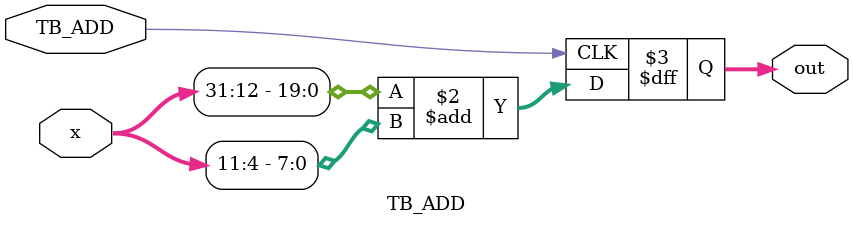
<source format=v>
/**************************************
* Module: TB_ADD
* Date:2014-10-11  
* Author: josediaz     
*
* Description: Adds trap base address with tt 
***************************************/
module  TB_ADD(output reg[31:0] out, input wire[31:0] x, input TB_ADD);
 
 //11 a 4
 always@ (posedge TB_ADD)
  begin
  out = x[31:12] + x[11:4];
  end
endmodule


</source>
